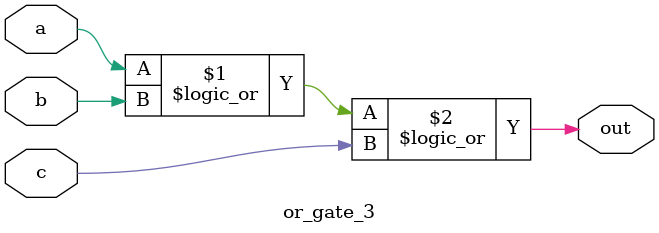
<source format=v>
module or_gate_3 (a, b, c, out);

    input a, b, c;

    output out;

    assign out = a||b||c;

endmodule
</source>
